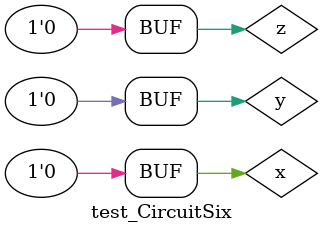
<source format=v>
module test_CircuitSix;
wire Y;
reg x,y,z;

Mux M(x,y,z,Y);
initial
begin
	x=0;y=0;z=0;
	#20
	x=0;y=0;z=1;
	#20
	x=0;y=1;z=0;
	#20
	x=0;y=1;z=1;
	#20
	x=1;y=0;z=0;
	#20
	x=1;y=0;z=1;
	#20
	x=1;y=1;z=0;
	#20
	x=1;y=1;z=1;
	#20
	x=0;y=0;z=0;
end
	initial
		$monitor("I0=%b I1=%b S=%b Y=%b time=%0d",x,y,z,Y,$time);
endmodule
</source>
